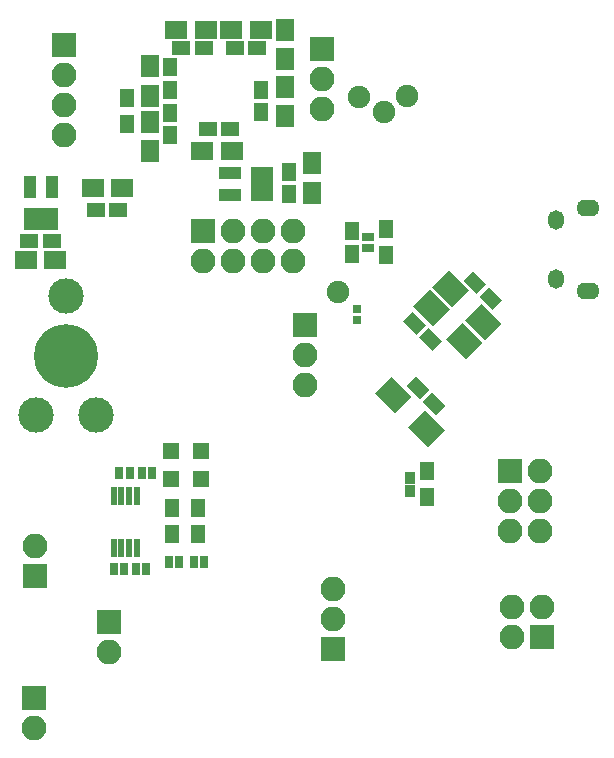
<source format=gbr>
G04 #@! TF.FileFunction,Soldermask,Top*
%FSLAX46Y46*%
G04 Gerber Fmt 4.6, Leading zero omitted, Abs format (unit mm)*
G04 Created by KiCad (PCBNEW 4.0.7) date Sat Apr 21 08:57:54 2018*
%MOMM*%
%LPD*%
G01*
G04 APERTURE LIST*
%ADD10C,0.100000*%
%ADD11R,2.100000X2.100000*%
%ADD12O,2.100000X2.100000*%
%ADD13R,0.900000X1.000000*%
%ADD14R,1.900000X1.650000*%
%ADD15R,1.600000X1.150000*%
%ADD16R,1.650000X1.900000*%
%ADD17R,1.150000X1.600000*%
%ADD18R,0.800000X0.700000*%
%ADD19R,1.400000X1.400000*%
%ADD20O,1.350000X1.650000*%
%ADD21O,1.950000X1.400000*%
%ADD22R,1.300000X1.600000*%
%ADD23R,1.000000X0.800000*%
%ADD24R,0.800000X1.000000*%
%ADD25C,3.000000*%
%ADD26C,5.400000*%
%ADD27R,1.960000X1.050000*%
%ADD28R,0.590000X1.590000*%
%ADD29C,1.900000*%
%ADD30R,1.050000X1.960000*%
G04 APERTURE END LIST*
D10*
D11*
X110050000Y-153460000D03*
D12*
X110050000Y-156000000D03*
D13*
X135550000Y-142350000D03*
X135550000Y-141250000D03*
D10*
G36*
X138484063Y-137219849D02*
X137069849Y-138634063D01*
X135372793Y-136937007D01*
X136787007Y-135522793D01*
X138484063Y-137219849D01*
X138484063Y-137219849D01*
G37*
G36*
X135655635Y-134391421D02*
X134241421Y-135805635D01*
X132544365Y-134108579D01*
X133958579Y-132694365D01*
X135655635Y-134391421D01*
X135655635Y-134391421D01*
G37*
G36*
X138515774Y-135152601D02*
X137702601Y-135965774D01*
X136571230Y-134834403D01*
X137384403Y-134021230D01*
X138515774Y-135152601D01*
X138515774Y-135152601D01*
G37*
G36*
X137172272Y-133809099D02*
X136359099Y-134622272D01*
X135227728Y-133490901D01*
X136040901Y-132677728D01*
X137172272Y-133809099D01*
X137172272Y-133809099D01*
G37*
G36*
X135780151Y-126694365D02*
X137194365Y-125280151D01*
X138891421Y-126977207D01*
X137477207Y-128391421D01*
X135780151Y-126694365D01*
X135780151Y-126694365D01*
G37*
G36*
X138608579Y-129522793D02*
X140022793Y-128108579D01*
X141719849Y-129805635D01*
X140305635Y-131219849D01*
X138608579Y-129522793D01*
X138608579Y-129522793D01*
G37*
G36*
X134905977Y-128019150D02*
X135719150Y-127205977D01*
X136850521Y-128337348D01*
X136037348Y-129150521D01*
X134905977Y-128019150D01*
X134905977Y-128019150D01*
G37*
G36*
X136249479Y-129362652D02*
X137062652Y-128549479D01*
X138194023Y-129680850D01*
X137380850Y-130494023D01*
X136249479Y-129362652D01*
X136249479Y-129362652D01*
G37*
G36*
X143319849Y-128205635D02*
X141905635Y-129619849D01*
X140208579Y-127922793D01*
X141622793Y-126508579D01*
X143319849Y-128205635D01*
X143319849Y-128205635D01*
G37*
G36*
X140491421Y-125377207D02*
X139077207Y-126791421D01*
X137380151Y-125094365D01*
X138794365Y-123680151D01*
X140491421Y-125377207D01*
X140491421Y-125377207D01*
G37*
G36*
X143344023Y-126230850D02*
X142530850Y-127044023D01*
X141399479Y-125912652D01*
X142212652Y-125099479D01*
X143344023Y-126230850D01*
X143344023Y-126230850D01*
G37*
G36*
X142000521Y-124887348D02*
X141187348Y-125700521D01*
X140055977Y-124569150D01*
X140869150Y-123755977D01*
X142000521Y-124887348D01*
X142000521Y-124887348D01*
G37*
D14*
X122900000Y-103300000D03*
X120400000Y-103300000D03*
D15*
X122600000Y-104900000D03*
X120700000Y-104900000D03*
D16*
X113500000Y-108900000D03*
X113500000Y-106400000D03*
D17*
X115200000Y-108400000D03*
X115200000Y-106500000D03*
X122900000Y-108400000D03*
X122900000Y-110300000D03*
D16*
X113500000Y-111100000D03*
X113500000Y-113600000D03*
D17*
X115200000Y-110350000D03*
X115200000Y-112250000D03*
D16*
X124900000Y-108150000D03*
X124900000Y-110650000D03*
D17*
X130600000Y-120400000D03*
X130600000Y-122300000D03*
D16*
X124900000Y-105800000D03*
X124900000Y-103300000D03*
D14*
X115750000Y-103300000D03*
X118250000Y-103300000D03*
D15*
X116150000Y-104900000D03*
X118050000Y-104900000D03*
D14*
X111150000Y-116700000D03*
X108650000Y-116700000D03*
D15*
X110800000Y-118600000D03*
X108900000Y-118600000D03*
D14*
X117950000Y-113600000D03*
X120450000Y-113600000D03*
D15*
X118400000Y-111700000D03*
X120300000Y-111700000D03*
D16*
X127200000Y-117100000D03*
X127200000Y-114600000D03*
D17*
X125300000Y-117250000D03*
X125300000Y-115350000D03*
D18*
X131000000Y-127900000D03*
X131000000Y-127000000D03*
D19*
X115298077Y-138975363D03*
X117798077Y-138975363D03*
X115298077Y-141375363D03*
X117798077Y-141375363D03*
D11*
X110050000Y-153460000D03*
D12*
X110050000Y-156000000D03*
D11*
X128993900Y-155790900D03*
D12*
X128993900Y-153250900D03*
X128993900Y-150710900D03*
D11*
X128050000Y-104960000D03*
D12*
X128050000Y-107500000D03*
X128050000Y-110040000D03*
D11*
X103700000Y-159860000D03*
D12*
X103700000Y-162400000D03*
D11*
X146690000Y-154700000D03*
D12*
X146690000Y-152160000D03*
X144150000Y-154700000D03*
X144150000Y-152160000D03*
D11*
X126644400Y-128333500D03*
D12*
X126644400Y-130873500D03*
X126644400Y-133413500D03*
D20*
X147900000Y-124400000D03*
X147900000Y-119400000D03*
D21*
X150600000Y-125400000D03*
X150600000Y-118400000D03*
D11*
X117980000Y-120360000D03*
D12*
X117980000Y-122900000D03*
X120520000Y-120360000D03*
X120520000Y-122900000D03*
X123060000Y-120360000D03*
X123060000Y-122900000D03*
X125600000Y-120360000D03*
X125600000Y-122900000D03*
D11*
X143960000Y-140650000D03*
D12*
X146500000Y-140650000D03*
X143960000Y-143190000D03*
X146500000Y-143190000D03*
X143960000Y-145730000D03*
X146500000Y-145730000D03*
D11*
X103800000Y-149540000D03*
D12*
X103800000Y-147000000D03*
D22*
X133500000Y-122400000D03*
X133500000Y-120200000D03*
X136950000Y-140700000D03*
X136950000Y-142900000D03*
X111600000Y-109100000D03*
X111600000Y-111300000D03*
D23*
X132000000Y-120900000D03*
X132000000Y-121800000D03*
D22*
X115398077Y-143775363D03*
X115398077Y-145975363D03*
D24*
X115098077Y-148375363D03*
X115998077Y-148375363D03*
X117198077Y-148375363D03*
X118098077Y-148375363D03*
D22*
X117598077Y-143775363D03*
X117598077Y-145975363D03*
D24*
X113698077Y-140875363D03*
X112798077Y-140875363D03*
X111798077Y-140875363D03*
X110898077Y-140875363D03*
X110448077Y-148975363D03*
X111348077Y-148975363D03*
X113198077Y-148975363D03*
X112298077Y-148975363D03*
D25*
X103900000Y-135900000D03*
X108900000Y-135900000D03*
X106400000Y-125900000D03*
D26*
X106400000Y-130900000D03*
D27*
X123000000Y-117350000D03*
X123000000Y-116400000D03*
X123000000Y-115450000D03*
X120300000Y-115450000D03*
X120300000Y-117350000D03*
D28*
X112373077Y-142775363D03*
X111723077Y-142775363D03*
X111073077Y-142775363D03*
X110423077Y-142775363D03*
X110423077Y-147175363D03*
X111073077Y-147175363D03*
X111723077Y-147175363D03*
X112373077Y-147175363D03*
D11*
X106250000Y-104580000D03*
D12*
X106250000Y-107120000D03*
X106250000Y-109660000D03*
X106250000Y-112200000D03*
D29*
X135250000Y-108950000D03*
X129450000Y-125550000D03*
X133300000Y-110300000D03*
X131200000Y-109000000D03*
D15*
X103300000Y-121200000D03*
X105200000Y-121200000D03*
D14*
X103000000Y-122800000D03*
X105500000Y-122800000D03*
D30*
X103350000Y-119350000D03*
X104300000Y-119350000D03*
X105250000Y-119350000D03*
X105250000Y-116650000D03*
X103350000Y-116650000D03*
M02*

</source>
